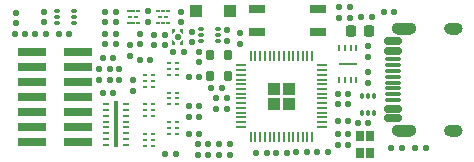
<source format=gbr>
G04 #@! TF.GenerationSoftware,KiCad,Pcbnew,(6.0.2)*
G04 #@! TF.CreationDate,2022-03-09T14:23:31+01:00*
G04 #@! TF.ProjectId,rs-probe,72732d70-726f-4626-952e-6b696361645f,rev?*
G04 #@! TF.SameCoordinates,Original*
G04 #@! TF.FileFunction,Paste,Top*
G04 #@! TF.FilePolarity,Positive*
%FSLAX46Y46*%
G04 Gerber Fmt 4.6, Leading zero omitted, Abs format (unit mm)*
G04 Created by KiCad (PCBNEW (6.0.2)) date 2022-03-09 14:23:31*
%MOMM*%
%LPD*%
G01*
G04 APERTURE LIST*
G04 Aperture macros list*
%AMRoundRect*
0 Rectangle with rounded corners*
0 $1 Rounding radius*
0 $2 $3 $4 $5 $6 $7 $8 $9 X,Y pos of 4 corners*
0 Add a 4 corners polygon primitive as box body*
4,1,4,$2,$3,$4,$5,$6,$7,$8,$9,$2,$3,0*
0 Add four circle primitives for the rounded corners*
1,1,$1+$1,$2,$3*
1,1,$1+$1,$4,$5*
1,1,$1+$1,$6,$7*
1,1,$1+$1,$8,$9*
0 Add four rect primitives between the rounded corners*
20,1,$1+$1,$2,$3,$4,$5,0*
20,1,$1+$1,$4,$5,$6,$7,0*
20,1,$1+$1,$6,$7,$8,$9,0*
20,1,$1+$1,$8,$9,$2,$3,0*%
%AMFreePoly0*
4,1,6,0.175000,-0.100000,-0.225000,-0.100000,-0.225000,-0.025000,-0.050000,0.150000,0.175000,0.150000,0.175000,-0.100000,0.175000,-0.100000,$1*%
%AMFreePoly1*
4,1,6,0.225000,-0.025000,0.225000,-0.100000,-0.175000,-0.100000,-0.175000,0.150000,0.050000,0.150000,0.225000,-0.025000,0.225000,-0.025000,$1*%
G04 Aperture macros list end*
%ADD10C,0.500000*%
%ADD11C,0.100000*%
%ADD12RoundRect,0.137500X-0.137500X-0.137500X0.137500X-0.137500X0.137500X0.137500X-0.137500X0.137500X0*%
%ADD13RoundRect,0.137500X-0.137500X0.137500X-0.137500X-0.137500X0.137500X-0.137500X0.137500X0.137500X0*%
%ADD14RoundRect,0.185000X-1.015000X-0.185000X1.015000X-0.185000X1.015000X0.185000X-1.015000X0.185000X0*%
%ADD15RoundRect,0.150000X0.575000X-0.150000X0.575000X0.150000X-0.575000X0.150000X-0.575000X-0.150000X0*%
%ADD16O,1.450000X0.300000*%
%ADD17RoundRect,0.125000X0.200000X0.000000X-0.200000X0.000000X-0.200000X0.000000X0.200000X0.000000X0*%
%ADD18RoundRect,0.025000X0.125000X1.925000X-0.125000X1.925000X-0.125000X-1.925000X0.125000X-1.925000X0*%
%ADD19RoundRect,0.137500X0.137500X-0.137500X0.137500X0.137500X-0.137500X0.137500X-0.137500X-0.137500X0*%
%ADD20RoundRect,0.250000X-0.292217X0.292217X-0.292217X-0.292217X0.292217X-0.292217X0.292217X0.292217X0*%
%ADD21RoundRect,0.050000X-0.050000X0.387500X-0.050000X-0.387500X0.050000X-0.387500X0.050000X0.387500X0*%
%ADD22RoundRect,0.050000X-0.387500X0.050000X-0.387500X-0.050000X0.387500X-0.050000X0.387500X0.050000X0*%
%ADD23R,0.330000X0.270000*%
%ADD24RoundRect,0.137500X0.137500X0.137500X-0.137500X0.137500X-0.137500X-0.137500X0.137500X-0.137500X0*%
%ADD25R,1.100000X1.100000*%
%ADD26FreePoly0,270.000000*%
%ADD27FreePoly1,90.000000*%
%ADD28FreePoly0,90.000000*%
%ADD29FreePoly1,270.000000*%
%ADD30RoundRect,0.120000X0.000000X-0.169706X0.169706X0.000000X0.000000X0.169706X-0.169706X0.000000X0*%
%ADD31RoundRect,0.075000X-0.150000X-0.075000X0.150000X-0.075000X0.150000X0.075000X-0.150000X0.075000X0*%
%ADD32RoundRect,0.060000X0.130000X-0.060000X0.130000X0.060000X-0.130000X0.060000X-0.130000X-0.060000X0*%
%ADD33RoundRect,0.062500X0.087500X-0.062500X0.087500X0.062500X-0.087500X0.062500X-0.087500X-0.062500X0*%
%ADD34R,0.650000X0.850000*%
%ADD35O,0.250000X0.600000*%
%ADD36R,1.600000X0.200000*%
%ADD37RoundRect,0.075000X0.075000X-0.150000X0.075000X0.150000X-0.075000X0.150000X-0.075000X-0.150000X0*%
%ADD38RoundRect,0.218750X0.218750X0.256250X-0.218750X0.256250X-0.218750X-0.256250X0.218750X-0.256250X0*%
%ADD39RoundRect,0.175000X-0.175000X0.275000X-0.175000X-0.275000X0.175000X-0.275000X0.175000X0.275000X0*%
%ADD40R,1.450000X0.700000*%
G04 APERTURE END LIST*
D10*
X183170000Y-90320000D02*
G75*
G03*
X183170000Y-90320000I-250000J0D01*
G01*
X187100000Y-90320000D02*
G75*
G03*
X187100000Y-90320000I-250000J0D01*
G01*
X182070000Y-90320000D02*
G75*
G03*
X182070000Y-90320000I-250000J0D01*
G01*
D11*
X186250000Y-89870000D02*
X186850000Y-89870000D01*
X186850000Y-89870000D02*
X186850000Y-90770000D01*
X186850000Y-90770000D02*
X186250000Y-90770000D01*
X186250000Y-90770000D02*
X186250000Y-89870000D01*
G36*
X186250000Y-89870000D02*
G01*
X186850000Y-89870000D01*
X186850000Y-90770000D01*
X186250000Y-90770000D01*
X186250000Y-89870000D01*
G37*
X181820000Y-89870000D02*
X182920000Y-89870000D01*
X182920000Y-89870000D02*
X182920000Y-90770000D01*
X182920000Y-90770000D02*
X181820000Y-90770000D01*
X181820000Y-90770000D02*
X181820000Y-89870000D01*
G36*
X181820000Y-89870000D02*
G01*
X182920000Y-89870000D01*
X182920000Y-90770000D01*
X181820000Y-90770000D01*
X181820000Y-89870000D01*
G37*
D10*
X186500000Y-90320000D02*
G75*
G03*
X186500000Y-90320000I-250000J0D01*
G01*
X187100000Y-81680000D02*
G75*
G03*
X187100000Y-81680000I-250000J0D01*
G01*
X186500000Y-81680000D02*
G75*
G03*
X186500000Y-81680000I-250000J0D01*
G01*
D11*
X186250000Y-81230000D02*
X186850000Y-81230000D01*
X186850000Y-81230000D02*
X186850000Y-82130000D01*
X186850000Y-82130000D02*
X186250000Y-82130000D01*
X186250000Y-82130000D02*
X186250000Y-81230000D01*
G36*
X186250000Y-81230000D02*
G01*
X186850000Y-81230000D01*
X186850000Y-82130000D01*
X186250000Y-82130000D01*
X186250000Y-81230000D01*
G37*
X181820000Y-81230000D02*
X182920000Y-81230000D01*
X182920000Y-81230000D02*
X182920000Y-82130000D01*
X182920000Y-82130000D02*
X181820000Y-82130000D01*
X181820000Y-82130000D02*
X181820000Y-81230000D01*
G36*
X181820000Y-81230000D02*
G01*
X182920000Y-81230000D01*
X182920000Y-82130000D01*
X181820000Y-82130000D01*
X181820000Y-81230000D01*
G37*
D10*
X182070000Y-81680000D02*
G75*
G03*
X182070000Y-81680000I-250000J0D01*
G01*
X183170000Y-81680000D02*
G75*
G03*
X183170000Y-81680000I-250000J0D01*
G01*
D12*
X179650000Y-80700000D03*
X178750000Y-80700000D03*
X181550000Y-80250000D03*
X180650000Y-80250000D03*
D13*
X176900000Y-80750000D03*
X176900000Y-79850000D03*
X177800000Y-80750000D03*
X177800000Y-79850000D03*
D14*
X150850000Y-83690000D03*
X154750000Y-83690000D03*
X150850000Y-84960000D03*
X154750000Y-84960000D03*
X150850000Y-86230000D03*
X154750000Y-86230000D03*
X150850000Y-87500000D03*
X154750000Y-87500000D03*
X150850000Y-88770000D03*
X154750000Y-88770000D03*
X150850000Y-90040000D03*
X154750000Y-90040000D03*
X150850000Y-91310000D03*
X154750000Y-91310000D03*
D15*
X181455000Y-89250000D03*
X181455000Y-88450000D03*
D16*
X181455000Y-87250000D03*
X181455000Y-86250000D03*
X181455000Y-85750000D03*
X181455000Y-84750000D03*
D15*
X181455000Y-83550000D03*
X181455000Y-82750000D03*
X181455000Y-82750000D03*
X181455000Y-83550000D03*
D16*
X181455000Y-84250000D03*
X181455000Y-85250000D03*
X181455000Y-86750000D03*
X181455000Y-87750000D03*
D15*
X181455000Y-88450000D03*
X181455000Y-89250000D03*
D17*
X158825000Y-91550000D03*
X158825000Y-91050000D03*
X158825000Y-90550000D03*
X158825000Y-90050000D03*
X158825000Y-89550000D03*
X158825000Y-89050000D03*
X158825000Y-88550000D03*
X158825000Y-88050000D03*
X157175000Y-88050000D03*
X157175000Y-88550000D03*
X157175000Y-89050000D03*
X157175000Y-89550000D03*
X157175000Y-90050000D03*
X157175000Y-90550000D03*
X157175000Y-91050000D03*
X157175000Y-91550000D03*
D18*
X158000000Y-89800000D03*
D12*
X156575000Y-85100000D03*
X157475000Y-85100000D03*
D19*
X179300000Y-84050000D03*
X179300000Y-83150000D03*
D20*
X171362500Y-88037500D03*
X171362500Y-86762500D03*
X172637500Y-86762500D03*
X172637500Y-88037500D03*
D21*
X174600000Y-83962500D03*
X174200000Y-83962500D03*
X173800000Y-83962500D03*
X173400000Y-83962500D03*
X173000000Y-83962500D03*
X172600000Y-83962500D03*
X172200000Y-83962500D03*
X171800000Y-83962500D03*
X171400000Y-83962500D03*
X171000000Y-83962500D03*
X170600000Y-83962500D03*
X170200000Y-83962500D03*
X169800000Y-83962500D03*
X169400000Y-83962500D03*
D22*
X168562500Y-84800000D03*
X168562500Y-85200000D03*
X168562500Y-85600000D03*
X168562500Y-86000000D03*
X168562500Y-86400000D03*
X168562500Y-86800000D03*
X168562500Y-87200000D03*
X168562500Y-87600000D03*
X168562500Y-88000000D03*
X168562500Y-88400000D03*
X168562500Y-88800000D03*
X168562500Y-89200000D03*
X168562500Y-89600000D03*
X168562500Y-90000000D03*
D21*
X169400000Y-90837500D03*
X169800000Y-90837500D03*
X170200000Y-90837500D03*
X170600000Y-90837500D03*
X171000000Y-90837500D03*
X171400000Y-90837500D03*
X171800000Y-90837500D03*
X172200000Y-90837500D03*
X172600000Y-90837500D03*
X173000000Y-90837500D03*
X173400000Y-90837500D03*
X173800000Y-90837500D03*
X174200000Y-90837500D03*
X174600000Y-90837500D03*
D22*
X175437500Y-90000000D03*
X175437500Y-89600000D03*
X175437500Y-89200000D03*
X175437500Y-88800000D03*
X175437500Y-88400000D03*
X175437500Y-88000000D03*
X175437500Y-87600000D03*
X175437500Y-87200000D03*
X175437500Y-86800000D03*
X175437500Y-86400000D03*
X175437500Y-86000000D03*
X175437500Y-85600000D03*
X175437500Y-85200000D03*
X175437500Y-84800000D03*
D13*
X165000000Y-83650000D03*
X165000000Y-84550000D03*
D23*
X161140000Y-86600000D03*
X161140000Y-86100000D03*
X161140000Y-85600000D03*
X160460000Y-85600000D03*
X160460000Y-86100000D03*
X160460000Y-86600000D03*
D24*
X172450000Y-92200000D03*
X171550000Y-92200000D03*
D25*
X164800000Y-80200000D03*
X167600000Y-80200000D03*
D12*
X162850000Y-83650000D03*
X163750000Y-83650000D03*
D19*
X168500000Y-82950000D03*
X168500000Y-82050000D03*
D12*
X164150000Y-85800000D03*
X165050000Y-85800000D03*
D19*
X164900000Y-92350000D03*
X164900000Y-91450000D03*
D24*
X157475000Y-86000000D03*
X156575000Y-86000000D03*
D12*
X164150000Y-89200000D03*
X165050000Y-89200000D03*
D24*
X162100000Y-82200000D03*
X161200000Y-82200000D03*
X166950000Y-86700000D03*
X166050000Y-86700000D03*
D26*
X162850000Y-82875000D03*
D27*
X163550000Y-82875000D03*
D28*
X163550000Y-81925000D03*
D29*
X162850000Y-81925000D03*
D30*
X163200000Y-82400000D03*
D31*
X153000000Y-80200000D03*
X153000000Y-80700000D03*
X153000000Y-81200000D03*
X154400000Y-81200000D03*
X154400000Y-80700000D03*
X154400000Y-80200000D03*
D23*
X161140000Y-89100000D03*
X161140000Y-88600000D03*
X161140000Y-88100000D03*
X160460000Y-88100000D03*
X160460000Y-88600000D03*
X160460000Y-89100000D03*
D24*
X170750000Y-92200000D03*
X169850000Y-92200000D03*
D12*
X157050000Y-82100000D03*
X157950000Y-82100000D03*
D19*
X164400000Y-82850000D03*
X164400000Y-81950000D03*
D13*
X158000000Y-80250000D03*
X158000000Y-81150000D03*
X163500000Y-80250000D03*
X163500000Y-81150000D03*
X167400000Y-81800000D03*
X167400000Y-82700000D03*
D12*
X162150000Y-92300000D03*
X163050000Y-92300000D03*
X178450000Y-89700000D03*
X179350000Y-89700000D03*
D32*
X162200000Y-80700000D03*
X161730000Y-80700000D03*
D33*
X161565000Y-81175000D03*
X161965000Y-81175000D03*
X162365000Y-81175000D03*
X162365000Y-80225000D03*
X161965000Y-80225000D03*
X161565000Y-80225000D03*
D13*
X160700000Y-80200000D03*
X160700000Y-81100000D03*
D19*
X159200000Y-84000000D03*
X159200000Y-83100000D03*
D24*
X183300000Y-91750000D03*
X184200000Y-91750000D03*
D19*
X160050000Y-83000000D03*
X160050000Y-82100000D03*
D23*
X163140000Y-88100000D03*
X163140000Y-87600000D03*
X163140000Y-87100000D03*
X162460000Y-87100000D03*
X162460000Y-87600000D03*
X162460000Y-88100000D03*
D34*
X179525000Y-92225000D03*
X178675000Y-92225000D03*
X178675000Y-90775000D03*
X179525000Y-90775000D03*
D12*
X176750000Y-89500000D03*
X177650000Y-89500000D03*
X157050000Y-83000000D03*
X157950000Y-83000000D03*
D35*
X178350000Y-83350000D03*
X177850000Y-83350000D03*
X177350000Y-83350000D03*
X176850000Y-83350000D03*
X176850000Y-86050000D03*
X177350000Y-86050000D03*
X177850000Y-86050000D03*
X178350000Y-86050000D03*
D36*
X177600000Y-84700000D03*
D13*
X157100000Y-80250000D03*
X157100000Y-81150000D03*
D19*
X159400000Y-86950000D03*
X159400000Y-86050000D03*
D37*
X178800000Y-88800000D03*
X179300000Y-88800000D03*
X179800000Y-88800000D03*
X179800000Y-87400000D03*
X179300000Y-87400000D03*
X178800000Y-87400000D03*
D24*
X152050000Y-82100000D03*
X151150000Y-82100000D03*
D12*
X164150000Y-90600000D03*
X165050000Y-90600000D03*
D13*
X149500000Y-80350000D03*
X149500000Y-81250000D03*
D32*
X159215000Y-80700000D03*
X159685000Y-80700000D03*
D33*
X159050000Y-81175000D03*
X159450000Y-81175000D03*
X159850000Y-81175000D03*
X159850000Y-80225000D03*
X159450000Y-80225000D03*
X159050000Y-80225000D03*
D23*
X161140000Y-91600000D03*
X161140000Y-91100000D03*
X161140000Y-90600000D03*
X160460000Y-90600000D03*
X160460000Y-91100000D03*
X160460000Y-91600000D03*
D24*
X174150000Y-92100000D03*
X173250000Y-92100000D03*
X177650000Y-91500000D03*
X176750000Y-91500000D03*
D23*
X163140000Y-85600000D03*
X163140000Y-85100000D03*
X163140000Y-84600000D03*
X162460000Y-84600000D03*
X162460000Y-85100000D03*
X162460000Y-85600000D03*
D19*
X167600000Y-92350000D03*
X167600000Y-91450000D03*
D24*
X167350000Y-88500000D03*
X166450000Y-88500000D03*
X162100000Y-83050000D03*
X161200000Y-83050000D03*
D12*
X176750000Y-87200000D03*
X177650000Y-87200000D03*
D24*
X157750000Y-87100000D03*
X156850000Y-87100000D03*
D12*
X164150000Y-88200000D03*
X165050000Y-88200000D03*
X176750000Y-90600000D03*
X177650000Y-90600000D03*
D19*
X179300000Y-86250000D03*
X179300000Y-85350000D03*
D24*
X160900000Y-84350000D03*
X160000000Y-84350000D03*
D12*
X156850000Y-84200000D03*
X157750000Y-84200000D03*
X153150000Y-82100000D03*
X154050000Y-82100000D03*
D19*
X165800000Y-92350000D03*
X165800000Y-91450000D03*
D38*
X179437500Y-81850000D03*
X177862500Y-81850000D03*
D24*
X175950000Y-92100000D03*
X175050000Y-92100000D03*
D23*
X163140000Y-90600000D03*
X163140000Y-90100000D03*
X163140000Y-89600000D03*
X162460000Y-89600000D03*
X162460000Y-90100000D03*
X162460000Y-90600000D03*
D13*
X151900000Y-80250000D03*
X151900000Y-81150000D03*
D24*
X167350000Y-87600000D03*
X166450000Y-87600000D03*
D39*
X165950000Y-83900000D03*
X165950000Y-85700000D03*
X167450000Y-85675000D03*
X167450000Y-83925000D03*
D24*
X182200000Y-91750000D03*
X181300000Y-91750000D03*
D40*
X175080000Y-80000000D03*
X169920000Y-80000000D03*
X169920000Y-82000000D03*
X175080000Y-82000000D03*
D19*
X166700000Y-92350000D03*
X166700000Y-91450000D03*
D13*
X158250000Y-85100000D03*
X158250000Y-86000000D03*
D12*
X176750000Y-88100000D03*
X177650000Y-88100000D03*
D31*
X165200000Y-81750000D03*
X165200000Y-82250000D03*
X165200000Y-82750000D03*
X166600000Y-82750000D03*
X166600000Y-82250000D03*
X166600000Y-81750000D03*
D24*
X150300000Y-82100000D03*
X149400000Y-82100000D03*
M02*

</source>
